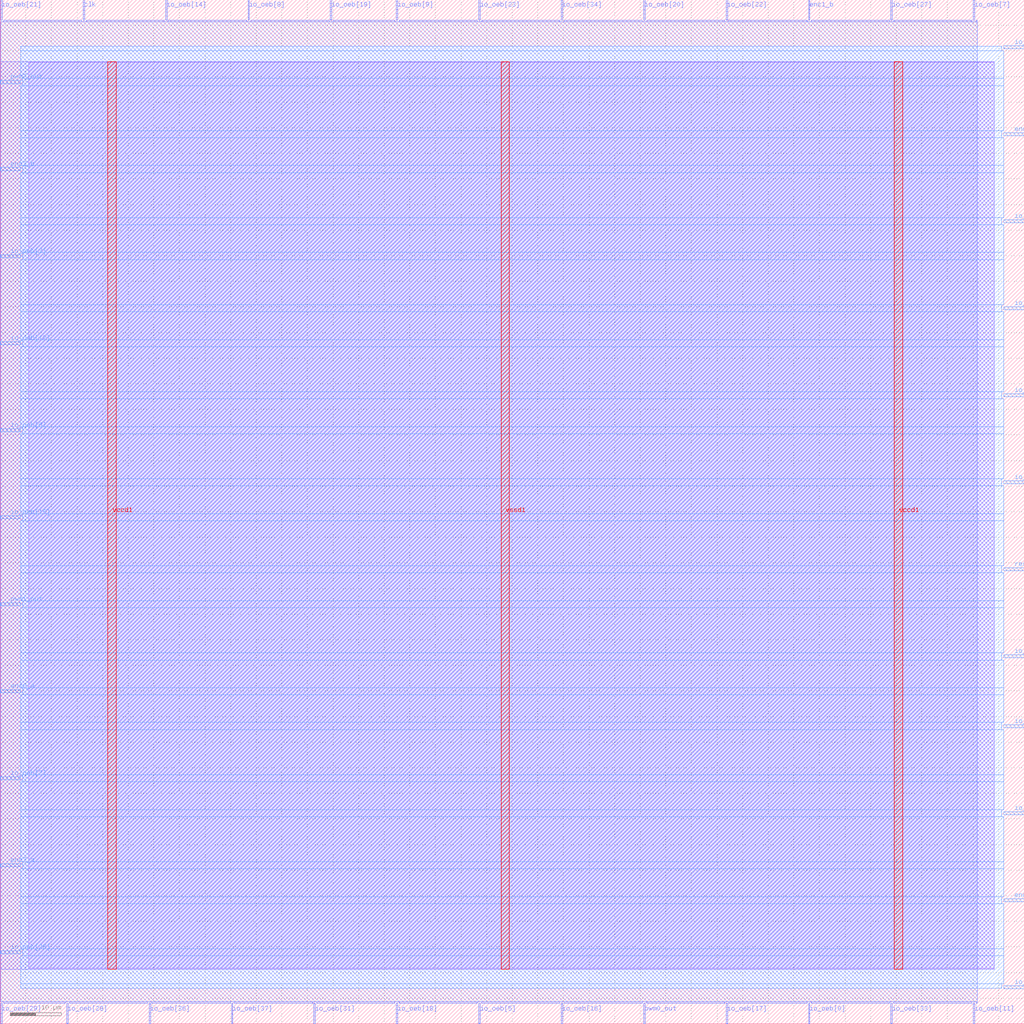
<source format=lef>
VERSION 5.7 ;
  NOWIREEXTENSIONATPIN ON ;
  DIVIDERCHAR "/" ;
  BUSBITCHARS "[]" ;
MACRO rgb_mixer
  CLASS BLOCK ;
  FOREIGN rgb_mixer ;
  ORIGIN 0.000 0.000 ;
  SIZE 200.000 BY 200.000 ;
  PIN clk
    DIRECTION INPUT ;
    USE SIGNAL ;
    PORT
      LAYER met2 ;
        RECT 16.190 196.000 16.470 200.000 ;
    END
  END clk
  PIN enc0_a
    DIRECTION INPUT ;
    USE SIGNAL ;
    PORT
      LAYER met3 ;
        RECT 0.000 64.640 4.000 65.240 ;
    END
  END enc0_a
  PIN enc0_b
    DIRECTION INPUT ;
    USE SIGNAL ;
    PORT
      LAYER met3 ;
        RECT 196.000 173.440 200.000 174.040 ;
    END
  END enc0_b
  PIN enc1_a
    DIRECTION INPUT ;
    USE SIGNAL ;
    PORT
      LAYER met3 ;
        RECT 196.000 23.840 200.000 24.440 ;
    END
  END enc1_a
  PIN enc1_b
    DIRECTION INPUT ;
    USE SIGNAL ;
    PORT
      LAYER met2 ;
        RECT 157.870 196.000 158.150 200.000 ;
    END
  END enc1_b
  PIN enc2_a
    DIRECTION INPUT ;
    USE SIGNAL ;
    PORT
      LAYER met3 ;
        RECT 0.000 30.640 4.000 31.240 ;
    END
  END enc2_a
  PIN enc2_b
    DIRECTION INPUT ;
    USE SIGNAL ;
    PORT
      LAYER met3 ;
        RECT 0.000 166.640 4.000 167.240 ;
    END
  END enc2_b
  PIN io_oeb[0]
    DIRECTION OUTPUT TRISTATE ;
    USE SIGNAL ;
    PORT
      LAYER met2 ;
        RECT 157.870 0.000 158.150 4.000 ;
    END
  END io_oeb[0]
  PIN io_oeb[10]
    DIRECTION OUTPUT TRISTATE ;
    USE SIGNAL ;
    PORT
      LAYER met3 ;
        RECT 196.000 40.840 200.000 41.440 ;
    END
  END io_oeb[10]
  PIN io_oeb[11]
    DIRECTION OUTPUT TRISTATE ;
    USE SIGNAL ;
    PORT
      LAYER met2 ;
        RECT 190.070 0.000 190.350 4.000 ;
    END
  END io_oeb[11]
  PIN io_oeb[12]
    DIRECTION OUTPUT TRISTATE ;
    USE SIGNAL ;
    PORT
      LAYER met3 ;
        RECT 0.000 132.640 4.000 133.240 ;
    END
  END io_oeb[12]
  PIN io_oeb[13]
    DIRECTION OUTPUT TRISTATE ;
    USE SIGNAL ;
    PORT
      LAYER met3 ;
        RECT 196.000 6.840 200.000 7.440 ;
    END
  END io_oeb[13]
  PIN io_oeb[14]
    DIRECTION OUTPUT TRISTATE ;
    USE SIGNAL ;
    PORT
      LAYER met2 ;
        RECT 32.290 196.000 32.570 200.000 ;
    END
  END io_oeb[14]
  PIN io_oeb[15]
    DIRECTION OUTPUT TRISTATE ;
    USE SIGNAL ;
    PORT
      LAYER met3 ;
        RECT 0.000 98.640 4.000 99.240 ;
    END
  END io_oeb[15]
  PIN io_oeb[16]
    DIRECTION OUTPUT TRISTATE ;
    USE SIGNAL ;
    PORT
      LAYER met2 ;
        RECT 109.570 0.000 109.850 4.000 ;
    END
  END io_oeb[16]
  PIN io_oeb[17]
    DIRECTION OUTPUT TRISTATE ;
    USE SIGNAL ;
    PORT
      LAYER met2 ;
        RECT 141.770 0.000 142.050 4.000 ;
    END
  END io_oeb[17]
  PIN io_oeb[18]
    DIRECTION OUTPUT TRISTATE ;
    USE SIGNAL ;
    PORT
      LAYER met2 ;
        RECT 77.370 0.000 77.650 4.000 ;
    END
  END io_oeb[18]
  PIN io_oeb[19]
    DIRECTION OUTPUT TRISTATE ;
    USE SIGNAL ;
    PORT
      LAYER met2 ;
        RECT 64.490 196.000 64.770 200.000 ;
    END
  END io_oeb[19]
  PIN io_oeb[1]
    DIRECTION OUTPUT TRISTATE ;
    USE SIGNAL ;
    PORT
      LAYER met3 ;
        RECT 196.000 190.440 200.000 191.040 ;
    END
  END io_oeb[1]
  PIN io_oeb[20]
    DIRECTION OUTPUT TRISTATE ;
    USE SIGNAL ;
    PORT
      LAYER met2 ;
        RECT 125.670 196.000 125.950 200.000 ;
    END
  END io_oeb[20]
  PIN io_oeb[21]
    DIRECTION OUTPUT TRISTATE ;
    USE SIGNAL ;
    PORT
      LAYER met2 ;
        RECT 0.090 196.000 0.370 200.000 ;
    END
  END io_oeb[21]
  PIN io_oeb[22]
    DIRECTION OUTPUT TRISTATE ;
    USE SIGNAL ;
    PORT
      LAYER met2 ;
        RECT 141.770 196.000 142.050 200.000 ;
    END
  END io_oeb[22]
  PIN io_oeb[23]
    DIRECTION OUTPUT TRISTATE ;
    USE SIGNAL ;
    PORT
      LAYER met2 ;
        RECT 93.470 196.000 93.750 200.000 ;
    END
  END io_oeb[23]
  PIN io_oeb[24]
    DIRECTION OUTPUT TRISTATE ;
    USE SIGNAL ;
    PORT
      LAYER met3 ;
        RECT 196.000 156.440 200.000 157.040 ;
    END
  END io_oeb[24]
  PIN io_oeb[25]
    DIRECTION OUTPUT TRISTATE ;
    USE SIGNAL ;
    PORT
      LAYER met3 ;
        RECT 196.000 122.440 200.000 123.040 ;
    END
  END io_oeb[25]
  PIN io_oeb[26]
    DIRECTION OUTPUT TRISTATE ;
    USE SIGNAL ;
    PORT
      LAYER met3 ;
        RECT 0.000 13.640 4.000 14.240 ;
    END
  END io_oeb[26]
  PIN io_oeb[27]
    DIRECTION OUTPUT TRISTATE ;
    USE SIGNAL ;
    PORT
      LAYER met2 ;
        RECT 173.970 196.000 174.250 200.000 ;
    END
  END io_oeb[27]
  PIN io_oeb[28]
    DIRECTION OUTPUT TRISTATE ;
    USE SIGNAL ;
    PORT
      LAYER met2 ;
        RECT 12.970 0.000 13.250 4.000 ;
    END
  END io_oeb[28]
  PIN io_oeb[29]
    DIRECTION OUTPUT TRISTATE ;
    USE SIGNAL ;
    PORT
      LAYER met2 ;
        RECT 0.090 0.000 0.370 4.000 ;
    END
  END io_oeb[29]
  PIN io_oeb[2]
    DIRECTION OUTPUT TRISTATE ;
    USE SIGNAL ;
    PORT
      LAYER met3 ;
        RECT 0.000 47.640 4.000 48.240 ;
    END
  END io_oeb[2]
  PIN io_oeb[30]
    DIRECTION OUTPUT TRISTATE ;
    USE SIGNAL ;
    PORT
      LAYER met3 ;
        RECT 196.000 139.440 200.000 140.040 ;
    END
  END io_oeb[30]
  PIN io_oeb[31]
    DIRECTION OUTPUT TRISTATE ;
    USE SIGNAL ;
    PORT
      LAYER met2 ;
        RECT 61.270 0.000 61.550 4.000 ;
    END
  END io_oeb[31]
  PIN io_oeb[32]
    DIRECTION OUTPUT TRISTATE ;
    USE SIGNAL ;
    PORT
      LAYER met3 ;
        RECT 196.000 105.440 200.000 106.040 ;
    END
  END io_oeb[32]
  PIN io_oeb[33]
    DIRECTION OUTPUT TRISTATE ;
    USE SIGNAL ;
    PORT
      LAYER met2 ;
        RECT 173.970 0.000 174.250 4.000 ;
    END
  END io_oeb[33]
  PIN io_oeb[34]
    DIRECTION OUTPUT TRISTATE ;
    USE SIGNAL ;
    PORT
      LAYER met2 ;
        RECT 109.570 196.000 109.850 200.000 ;
    END
  END io_oeb[34]
  PIN io_oeb[35]
    DIRECTION OUTPUT TRISTATE ;
    USE SIGNAL ;
    PORT
      LAYER met3 ;
        RECT 196.000 57.840 200.000 58.440 ;
    END
  END io_oeb[35]
  PIN io_oeb[36]
    DIRECTION OUTPUT TRISTATE ;
    USE SIGNAL ;
    PORT
      LAYER met2 ;
        RECT 29.070 0.000 29.350 4.000 ;
    END
  END io_oeb[36]
  PIN io_oeb[37]
    DIRECTION OUTPUT TRISTATE ;
    USE SIGNAL ;
    PORT
      LAYER met2 ;
        RECT 45.170 0.000 45.450 4.000 ;
    END
  END io_oeb[37]
  PIN io_oeb[3]
    DIRECTION OUTPUT TRISTATE ;
    USE SIGNAL ;
    PORT
      LAYER met3 ;
        RECT 0.000 149.640 4.000 150.240 ;
    END
  END io_oeb[3]
  PIN io_oeb[4]
    DIRECTION OUTPUT TRISTATE ;
    USE SIGNAL ;
    PORT
      LAYER met3 ;
        RECT 196.000 71.440 200.000 72.040 ;
    END
  END io_oeb[4]
  PIN io_oeb[5]
    DIRECTION OUTPUT TRISTATE ;
    USE SIGNAL ;
    PORT
      LAYER met2 ;
        RECT 93.470 0.000 93.750 4.000 ;
    END
  END io_oeb[5]
  PIN io_oeb[6]
    DIRECTION OUTPUT TRISTATE ;
    USE SIGNAL ;
    PORT
      LAYER met3 ;
        RECT 0.000 115.640 4.000 116.240 ;
    END
  END io_oeb[6]
  PIN io_oeb[7]
    DIRECTION OUTPUT TRISTATE ;
    USE SIGNAL ;
    PORT
      LAYER met2 ;
        RECT 190.070 196.000 190.350 200.000 ;
    END
  END io_oeb[7]
  PIN io_oeb[8]
    DIRECTION OUTPUT TRISTATE ;
    USE SIGNAL ;
    PORT
      LAYER met2 ;
        RECT 48.390 196.000 48.670 200.000 ;
    END
  END io_oeb[8]
  PIN io_oeb[9]
    DIRECTION OUTPUT TRISTATE ;
    USE SIGNAL ;
    PORT
      LAYER met2 ;
        RECT 77.370 196.000 77.650 200.000 ;
    END
  END io_oeb[9]
  PIN pwm0_out
    DIRECTION OUTPUT TRISTATE ;
    USE SIGNAL ;
    PORT
      LAYER met2 ;
        RECT 125.670 0.000 125.950 4.000 ;
    END
  END pwm0_out
  PIN pwm1_out
    DIRECTION OUTPUT TRISTATE ;
    USE SIGNAL ;
    PORT
      LAYER met3 ;
        RECT 0.000 81.640 4.000 82.240 ;
    END
  END pwm1_out
  PIN pwm2_out
    DIRECTION OUTPUT TRISTATE ;
    USE SIGNAL ;
    PORT
      LAYER met3 ;
        RECT 0.000 183.640 4.000 184.240 ;
    END
  END pwm2_out
  PIN reset
    DIRECTION INPUT ;
    USE SIGNAL ;
    PORT
      LAYER met3 ;
        RECT 196.000 88.440 200.000 89.040 ;
    END
  END reset
  PIN vccd1
    DIRECTION INPUT ;
    USE POWER ;
    PORT
      LAYER met4 ;
        RECT 21.040 10.640 22.640 187.920 ;
    END
    PORT
      LAYER met4 ;
        RECT 174.640 10.640 176.240 187.920 ;
    END
  END vccd1
  PIN vssd1
    DIRECTION INPUT ;
    USE GROUND ;
    PORT
      LAYER met4 ;
        RECT 97.840 10.640 99.440 187.920 ;
    END
  END vssd1
  OBS
      LAYER li1 ;
        RECT 5.520 10.795 194.120 187.765 ;
      LAYER met1 ;
        RECT 0.070 10.640 194.120 187.920 ;
      LAYER met2 ;
        RECT 0.650 195.720 15.910 196.000 ;
        RECT 16.750 195.720 32.010 196.000 ;
        RECT 32.850 195.720 48.110 196.000 ;
        RECT 48.950 195.720 64.210 196.000 ;
        RECT 65.050 195.720 77.090 196.000 ;
        RECT 77.930 195.720 93.190 196.000 ;
        RECT 94.030 195.720 109.290 196.000 ;
        RECT 110.130 195.720 125.390 196.000 ;
        RECT 126.230 195.720 141.490 196.000 ;
        RECT 142.330 195.720 157.590 196.000 ;
        RECT 158.430 195.720 173.690 196.000 ;
        RECT 174.530 195.720 189.790 196.000 ;
        RECT 190.630 195.720 190.810 196.000 ;
        RECT 0.100 4.280 190.810 195.720 ;
        RECT 0.650 4.000 12.690 4.280 ;
        RECT 13.530 4.000 28.790 4.280 ;
        RECT 29.630 4.000 44.890 4.280 ;
        RECT 45.730 4.000 60.990 4.280 ;
        RECT 61.830 4.000 77.090 4.280 ;
        RECT 77.930 4.000 93.190 4.280 ;
        RECT 94.030 4.000 109.290 4.280 ;
        RECT 110.130 4.000 125.390 4.280 ;
        RECT 126.230 4.000 141.490 4.280 ;
        RECT 142.330 4.000 157.590 4.280 ;
        RECT 158.430 4.000 173.690 4.280 ;
        RECT 174.530 4.000 189.790 4.280 ;
        RECT 190.630 4.000 190.810 4.280 ;
      LAYER met3 ;
        RECT 4.000 190.040 195.600 190.905 ;
        RECT 4.000 184.640 196.000 190.040 ;
        RECT 4.400 183.240 196.000 184.640 ;
        RECT 4.000 174.440 196.000 183.240 ;
        RECT 4.000 173.040 195.600 174.440 ;
        RECT 4.000 167.640 196.000 173.040 ;
        RECT 4.400 166.240 196.000 167.640 ;
        RECT 4.000 157.440 196.000 166.240 ;
        RECT 4.000 156.040 195.600 157.440 ;
        RECT 4.000 150.640 196.000 156.040 ;
        RECT 4.400 149.240 196.000 150.640 ;
        RECT 4.000 140.440 196.000 149.240 ;
        RECT 4.000 139.040 195.600 140.440 ;
        RECT 4.000 133.640 196.000 139.040 ;
        RECT 4.400 132.240 196.000 133.640 ;
        RECT 4.000 123.440 196.000 132.240 ;
        RECT 4.000 122.040 195.600 123.440 ;
        RECT 4.000 116.640 196.000 122.040 ;
        RECT 4.400 115.240 196.000 116.640 ;
        RECT 4.000 106.440 196.000 115.240 ;
        RECT 4.000 105.040 195.600 106.440 ;
        RECT 4.000 99.640 196.000 105.040 ;
        RECT 4.400 98.240 196.000 99.640 ;
        RECT 4.000 89.440 196.000 98.240 ;
        RECT 4.000 88.040 195.600 89.440 ;
        RECT 4.000 82.640 196.000 88.040 ;
        RECT 4.400 81.240 196.000 82.640 ;
        RECT 4.000 72.440 196.000 81.240 ;
        RECT 4.000 71.040 195.600 72.440 ;
        RECT 4.000 65.640 196.000 71.040 ;
        RECT 4.400 64.240 196.000 65.640 ;
        RECT 4.000 58.840 196.000 64.240 ;
        RECT 4.000 57.440 195.600 58.840 ;
        RECT 4.000 48.640 196.000 57.440 ;
        RECT 4.400 47.240 196.000 48.640 ;
        RECT 4.000 41.840 196.000 47.240 ;
        RECT 4.000 40.440 195.600 41.840 ;
        RECT 4.000 31.640 196.000 40.440 ;
        RECT 4.400 30.240 196.000 31.640 ;
        RECT 4.000 24.840 196.000 30.240 ;
        RECT 4.000 23.440 195.600 24.840 ;
        RECT 4.000 14.640 196.000 23.440 ;
        RECT 4.400 13.240 196.000 14.640 ;
        RECT 4.000 7.840 196.000 13.240 ;
        RECT 4.000 6.975 195.600 7.840 ;
  END
END rgb_mixer
END LIBRARY


</source>
